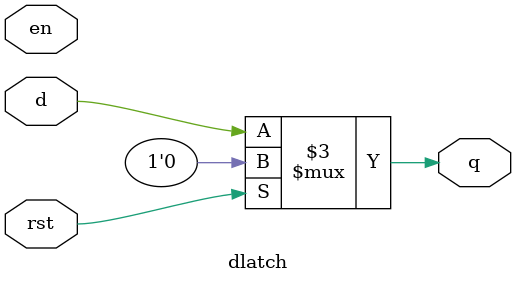
<source format=sv>
module dlatch(input en,d,rst, output reg q);
    always@(en) begin
        if(rst)
        q<=0;
        else
        q<=d;
    end
endmodule
</source>
